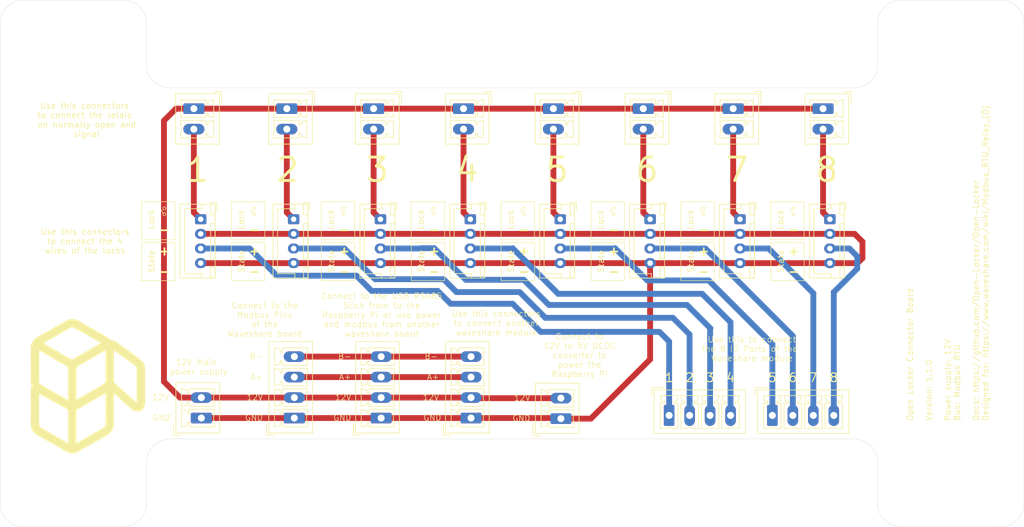
<source format=kicad_pcb>
(kicad_pcb (version 20241229) (generator "pcbnew") (generator_version "9.0")
  (title_block (title "Open Locker Connection Board") (rev "1.0.0"))
  (layers (0 "F.Cu" signal) (2 "B.Cu" signal) (13 "F.Paste" user) (15 "B.Paste" user) (5 "F.SilkS" user "F.Silkscreen") (7 "B.SilkS" user "B.Silkscreen") (1 "F.Mask" user) (3 "B.Mask" user) (25 "Edge.Cuts" user))
  (net 0 "")
  (net 1 "Net-(CH_1-Pin_1)")
  (net 2 "Net-(CH_1-Pin_2)")
  (net 3 "Net-(CH_2-Pin_2)")
  (net 4 "Net-(CH_3-Pin_2)")
  (net 5 "Net-(CH_4-Pin_2)")
  (net 6 "Net-(CH_5-Pin_2)")
  (net 7 "Net-(CH_6-Pin_2)")
  (net 8 "Net-(CH_7-Pin_2)")
  (net 9 "Net-(CH_8-Pin_2)")
  (net 10 "Net-(DC_DC1-Pin_1)")
  (net 11 "Net-(IO_1-Pin_3)")
  (net 12 "Net-(IO_1-Pin_1)")
  (net 13 "Net-(IO_1-Pin_2)")
  (net 14 "Net-(IO_1-Pin_4)")
  (net 15 "Net-(IO_2-Pin_3)")
  (net 16 "Net-(IO_2-Pin_4)")
  (net 17 "Net-(IO_2-Pin_1)")
  (net 18 "Net-(IO_2-Pin_2)")
  (net 19 "Net-(MODBUS_CONNECTION1-Pin_4)")
  (net 20 "Net-(MODBUS_CONNECTION1-Pin_3)")
  (footprint "Connector_JST:JST_XH_B4B-XH-A_1x04_P2.50mm_Vertical" (layer "F.Cu") (at 100.1675 87.45 -90)
    (property "Reference" "LOCK_2" (hide yes))
    (property "Value" "Conn_01x04" (hide yes))
    (pad "1" thru_hole roundrect (at 0 0 270) (size 1.7 1.95) (drill 0.95) (layers "*.Cu" "*.Mask") (roundrect_rratio 0.147059) (net 3 "Net-(CH_2-Pin_2)"))
    (pad "2" thru_hole oval (at 2.5 0 270) (size 1.7 1.95) (drill 0.95) (layers "*.Cu" "*.Mask") (net 10 "Net-(DC_DC1-Pin_1)"))
    (pad "3" thru_hole oval (at 5 0 270) (size 1.7 1.95) (drill 0.95) (layers "*.Cu" "*.Mask") (net 13 "Net-(IO_1-Pin_2)"))
    (pad "4" thru_hole oval (at 7.5 0 270) (size 1.7 1.95) (drill 0.95) (layers "*.Cu" "*.Mask") (net 10 "Net-(DC_DC1-Pin_1)"))
  )
  (footprint "MountingHole:MountingHole_3.2mm_M3_DIN965" (layer "F.Cu") (at 55 60)
    (property "Reference" "REF**" (hide yes))
    (property "Value" "MountingHole_3.2mm_M3_DIN965" (hide yes))
    (pad "" np_thru_hole circle (at 0 0) (size 3.2 3.2) (drill 3.2) (layers "*.Cu" "*.Mask"))
  )
  (footprint "Connector_JST:JST_XH_B4B-XH-A_1x04_P2.50mm_Vertical" (layer "F.Cu") (at 161.098929 87.45 -90)
    (property "Reference" "LOCK_6" (hide yes))
    (property "Value" "Conn_01x04" (hide yes))
    (pad "1" thru_hole roundrect (at 0 0 270) (size 1.7 1.95) (drill 0.95) (layers "*.Cu" "*.Mask") (roundrect_rratio 0.147059) (net 7 "Net-(CH_6-Pin_2)"))
    (pad "2" thru_hole oval (at 2.5 0 270) (size 1.7 1.95) (drill 0.95) (layers "*.Cu" "*.Mask") (net 10 "Net-(DC_DC1-Pin_1)"))
    (pad "3" thru_hole oval (at 5 0 270) (size 1.7 1.95) (drill 0.95) (layers "*.Cu" "*.Mask") (net 18 "Net-(IO_2-Pin_2)"))
    (pad "4" thru_hole oval (at 7.5 0 270) (size 1.7 1.95) (drill 0.95) (layers "*.Cu" "*.Mask") (net 10 "Net-(DC_DC1-Pin_1)"))
  )
  (footprint "Connector_Phoenix_MC:PhoenixContact_MCV_1,5_2-G-3.5_1x02_P3.50mm_Vertical" (layer "F.Cu") (at 129.202857 68.55 -90)
    (property "Reference" "CH_4" (hide yes))
    (property "Value" "Conn_01x02" (hide yes))
    (pad "1" thru_hole roundrect (at 0 0 270) (size 1.8 3.6) (drill 1.2) (layers "*.Cu" "*.Mask") (roundrect_rratio 0.138889) (net 1 "Net-(CH_1-Pin_1)"))
    (pad "2" thru_hole oval (at 3.5 0 270) (size 1.8 3.6) (drill 1.2) (layers "*.Cu" "*.Mask") (net 5 "Net-(CH_4-Pin_2)"))
  )
  (footprint "Connector_JST:JST_XH_B4B-XH-A_1x04_P2.50mm_Vertical" (layer "F.Cu") (at 145.734643 87.45 -90)
    (property "Reference" "LOCK_5" (hide yes))
    (property "Value" "Conn_01x04" (hide yes))
    (pad "1" thru_hole roundrect (at 0 0 270) (size 1.7 1.95) (drill 0.95) (layers "*.Cu" "*.Mask") (roundrect_rratio 0.147059) (net 6 "Net-(CH_5-Pin_2)"))
    (pad "2" thru_hole oval (at 2.5 0 270) (size 1.7 1.95) (drill 0.95) (layers "*.Cu" "*.Mask") (net 10 "Net-(DC_DC1-Pin_1)"))
    (pad "3" thru_hole oval (at 5 0 270) (size 1.7 1.95) (drill 0.95) (layers "*.Cu" "*.Mask") (net 17 "Net-(IO_2-Pin_1)"))
    (pad "4" thru_hole oval (at 7.5 0 270) (size 1.7 1.95) (drill 0.95) (layers "*.Cu" "*.Mask") (net 10 "Net-(DC_DC1-Pin_1)"))
  )
  (footprint "Connector_Phoenix_MC:PhoenixContact_MCV_1,5_2-G-3.5_1x02_P3.50mm_Vertical" (layer "F.Cu") (at 190.66 68.55 -90)
    (property "Reference" "CH_8" (hide yes))
    (property "Value" "Conn_01x02" (hide yes))
    (pad "1" thru_hole roundrect (at 0 0 270) (size 1.8 3.6) (drill 1.2) (layers "*.Cu" "*.Mask") (roundrect_rratio 0.138889) (net 1 "Net-(CH_1-Pin_1)"))
    (pad "2" thru_hole oval (at 3.5 0 270) (size 1.8 3.6) (drill 1.2) (layers "*.Cu" "*.Mask") (net 9 "Net-(CH_8-Pin_2)"))
  )
  (footprint "Connector_Phoenix_MC:PhoenixContact_MCV_1,5_4-G-3.5_1x04_P3.50mm_Vertical" (layer "F.Cu") (at 130.487857 121.4325 90)
    (property "Reference" "UPLINK1" (hide yes))
    (property "Value" "Conn_01x04" (hide yes))
    (pad "1" thru_hole roundrect (at 0 0 90) (size 1.8 3.6) (drill 1.2) (layers "*.Cu" "*.Mask") (roundrect_rratio 0.138889) (net 10 "Net-(DC_DC1-Pin_1)"))
    (pad "2" thru_hole oval (at 3.5 0 90) (size 1.8 3.6) (drill 1.2) (layers "*.Cu" "*.Mask") (net 1 "Net-(CH_1-Pin_1)"))
    (pad "3" thru_hole oval (at 7 0 90) (size 1.8 3.6) (drill 1.2) (layers "*.Cu" "*.Mask") (net 20 "Net-(MODBUS_CONNECTION1-Pin_3)"))
    (pad "4" thru_hole oval (at 10.5 0 90) (size 1.8 3.6) (drill 1.2) (layers "*.Cu" "*.Mask") (net 19 "Net-(MODBUS_CONNECTION1-Pin_4)"))
  )
  (footprint "MountingHole:MountingHole_3.2mm_M3_DIN965" (layer "F.Cu") (at 220 60)
    (property "Reference" "REF**" (hide yes))
    (property "Value" "MountingHole_3.2mm_M3_DIN965" (hide yes))
    (pad "" np_thru_hole circle (at 0 0) (size 3.2 3.2) (drill 3.2) (layers "*.Cu" "*.Mask"))
  )
  (footprint "Connector_Phoenix_MC:PhoenixContact_MCV_1,5_2-G-3.5_1x02_P3.50mm_Vertical" (layer "F.Cu") (at 145.852143 121.5325 90)
    (property "Reference" "DC_DC1" (hide yes))
    (property "Value" "Conn_01x02" (hide yes))
    (pad "1" thru_hole roundrect (at 0 0 90) (size 1.8 3.6) (drill 1.2) (layers "*.Cu" "*.Mask") (roundrect_rratio 0.138889) (net 10 "Net-(DC_DC1-Pin_1)"))
    (pad "2" thru_hole oval (at 3.5 0 90) (size 1.8 3.6) (drill 1.2) (layers "*.Cu" "*.Mask") (net 1 "Net-(CH_1-Pin_1)"))
  )
  (footprint "Connector_Phoenix_MC:PhoenixContact_MCV_1,5_2-G-3.5_1x02_P3.50mm_Vertical" (layer "F.Cu") (at 99 68.55 -90)
    (property "Reference" "CH_2" (hide yes))
    (property "Value" "Conn_01x02" (hide yes))
    (pad "1" thru_hole roundrect (at 0 0 270) (size 1.8 3.6) (drill 1.2) (layers "*.Cu" "*.Mask") (roundrect_rratio 0.138889) (net 1 "Net-(CH_1-Pin_1)"))
    (pad "2" thru_hole oval (at 3.5 0 270) (size 1.8 3.6) (drill 1.2) (layers "*.Cu" "*.Mask") (net 3 "Net-(CH_2-Pin_2)"))
  )
  (footprint "Connector_Phoenix_MC:PhoenixContact_MCV_1,5_2-G-3.5_1x02_P3.50mm_Vertical" (layer "F.Cu") (at 83.11 68.55 -90)
    (property "Reference" "CH_1" (hide yes))
    (property "Value" "Conn_01x02" (hide yes))
    (pad "1" thru_hole roundrect (at 0 0 270) (size 1.8 3.6) (drill 1.2) (layers "*.Cu" "*.Mask") (roundrect_rratio 0.138889) (net 1 "Net-(CH_1-Pin_1)"))
    (pad "2" thru_hole oval (at 3.5 0 270) (size 1.8 3.6) (drill 1.2) (layers "*.Cu" "*.Mask") (net 2 "Net-(CH_1-Pin_2)"))
  )
  (footprint "MountingHole:MountingHole_3.2mm_M3_DIN965" (layer "F.Cu") (at 55 130)
    (property "Reference" "REF**" (hide yes))
    (property "Value" "MountingHole_3.2mm_M3_DIN965" (hide yes))
    (pad "" np_thru_hole circle (at 0 0) (size 3.2 3.2) (drill 3.2) (layers "*.Cu" "*.Mask"))
  )
  (footprint "Connector_Phoenix_MC:PhoenixContact_MCV_1,5_4-G-3.5_1x04_P3.50mm_Vertical" (layer "F.Cu") (at 115.123571 121.4325 90)
    (property "Reference" "MODBUS_CONNECTION1" (hide yes))
    (property "Value" "Conn_01x04" (hide yes))
    (pad "1" thru_hole roundrect (at 0 0 90) (size 1.8 3.6) (drill 1.2) (layers "*.Cu" "*.Mask") (roundrect_rratio 0.138889) (net 10 "Net-(DC_DC1-Pin_1)"))
    (pad "2" thru_hole oval (at 3.5 0 90) (size 1.8 3.6) (drill 1.2) (layers "*.Cu" "*.Mask") (net 1 "Net-(CH_1-Pin_1)"))
    (pad "3" thru_hole oval (at 7 0 90) (size 1.8 3.6) (drill 1.2) (layers "*.Cu" "*.Mask") (net 20 "Net-(MODBUS_CONNECTION1-Pin_3)"))
    (pad "4" thru_hole oval (at 10.5 0 90) (size 1.8 3.6) (drill 1.2) (layers "*.Cu" "*.Mask") (net 19 "Net-(MODBUS_CONNECTION1-Pin_4)"))
  )
  (footprint "LOGO" (layer "F.Cu") (at 65 116)
    (property "Reference" "G***" (hide yes))
    (property "Value" "LOGO" (hide yes))
  )
  (footprint "Connector_Phoenix_MC:PhoenixContact_MCV_1,5_2-G-3.5_1x02_P3.50mm_Vertical" (layer "F.Cu") (at 113.838571 68.55 -90)
    (property "Reference" "CH_3" (hide yes))
    (property "Value" "Conn_01x02" (hide yes))
    (pad "1" thru_hole roundrect (at 0 0 270) (size 1.8 3.6) (drill 1.2) (layers "*.Cu" "*.Mask") (roundrect_rratio 0.138889) (net 1 "Net-(CH_1-Pin_1)"))
    (pad "2" thru_hole oval (at 3.5 0 270) (size 1.8 3.6) (drill 1.2) (layers "*.Cu" "*.Mask") (net 4 "Net-(CH_3-Pin_2)"))
  )
  (footprint "Connector_JST:JST_XH_B4B-XH-A_1x04_P2.50mm_Vertical" (layer "F.Cu") (at 115.006071 87.45 -90)
    (property "Reference" "LOCK_3" (hide yes))
    (property "Value" "Conn_01x04" (hide yes))
    (pad "1" thru_hole roundrect (at 0 0 270) (size 1.7 1.95) (drill 0.95) (layers "*.Cu" "*.Mask") (roundrect_rratio 0.147059) (net 4 "Net-(CH_3-Pin_2)"))
    (pad "2" thru_hole oval (at 2.5 0 270) (size 1.7 1.95) (drill 0.95) (layers "*.Cu" "*.Mask") (net 10 "Net-(DC_DC1-Pin_1)"))
    (pad "3" thru_hole oval (at 5 0 270) (size 1.7 1.95) (drill 0.95) (layers "*.Cu" "*.Mask") (net 11 "Net-(IO_1-Pin_3)"))
    (pad "4" thru_hole oval (at 7.5 0 270) (size 1.7 1.95) (drill 0.95) (layers "*.Cu" "*.Mask") (net 10 "Net-(DC_DC1-Pin_1)"))
  )
  (footprint "Connector_Phoenix_MC:PhoenixContact_MCV_1,5_2-G-3.5_1x02_P3.50mm_Vertical" (layer "F.Cu") (at 175.295714 68.55 -90)
    (property "Reference" "CH_7" (hide yes))
    (property "Value" "Conn_01x02" (hide yes))
    (pad "1" thru_hole roundrect (at 0 0 270) (size 1.8 3.6) (drill 1.2) (layers "*.Cu" "*.Mask") (roundrect_rratio 0.138889) (net 1 "Net-(CH_1-Pin_1)"))
    (pad "2" thru_hole oval (at 3.5 0 270) (size 1.8 3.6) (drill 1.2) (layers "*.Cu" "*.Mask") (net 8 "Net-(CH_7-Pin_2)"))
  )
  (footprint "Connector_JST:JST_XH_B4B-XH-A_1x04_P2.50mm_Vertical" (layer "F.Cu") (at 191.8275 87.45 -90)
    (property "Reference" "LOCK_8" (hide yes))
    (property "Value" "Conn_01x04" (hide yes))
    (pad "1" thru_hole roundrect (at 0 0 270) (size 1.7 1.95) (drill 0.95) (layers "*.Cu" "*.Mask") (roundrect_rratio 0.147059) (net 9 "Net-(CH_8-Pin_2)"))
    (pad "2" thru_hole oval (at 2.5 0 270) (size 1.7 1.95) (drill 0.95) (layers "*.Cu" "*.Mask") (net 10 "Net-(DC_DC1-Pin_1)"))
    (pad "3" thru_hole oval (at 5 0 270) (size 1.7 1.95) (drill 0.95) (layers "*.Cu" "*.Mask") (net 16 "Net-(IO_2-Pin_4)"))
    (pad "4" thru_hole oval (at 7.5 0 270) (size 1.7 1.95) (drill 0.95) (layers "*.Cu" "*.Mask") (net 10 "Net-(DC_DC1-Pin_1)"))
  )
  (footprint "Connector_JST:JST_XH_B4B-XH-A_1x04_P2.50mm_Vertical" (layer "F.Cu") (at 84.2775 87.45 -90)
    (property "Reference" "LOCK_1" (hide yes))
    (property "Value" "Conn_01x04" (hide yes))
    (pad "1" thru_hole roundrect (at 0 0 270) (size 1.7 1.95) (drill 0.95) (layers "*.Cu" "*.Mask") (roundrect_rratio 0.147059) (net 2 "Net-(CH_1-Pin_2)"))
    (pad "2" thru_hole oval (at 2.5 0 270) (size 1.7 1.95) (drill 0.95) (layers "*.Cu" "*.Mask") (net 10 "Net-(DC_DC1-Pin_1)"))
    (pad "3" thru_hole oval (at 5 0 270) (size 1.7 1.95) (drill 0.95) (layers "*.Cu" "*.Mask") (net 12 "Net-(IO_1-Pin_1)"))
    (pad "4" thru_hole oval (at 7.5 0 270) (size 1.7 1.95) (drill 0.95) (layers "*.Cu" "*.Mask") (net 10 "Net-(DC_DC1-Pin_1)"))
  )
  (footprint "Connector_Phoenix_MC:PhoenixContact_MCV_1,5_4-G-3.5_1x04_P3.50mm_Vertical" (layer "F.Cu") (at 164.35 120.9825)
    (property "Reference" "IO_1" (hide yes))
    (property "Value" "1-4" (hide yes))
    (pad "1" thru_hole roundrect (at 0 0) (size 1.8 3.6) (drill 1.2) (layers "*.Cu" "*.Mask") (roundrect_rratio 0.138889) (net 12 "Net-(IO_1-Pin_1)"))
    (pad "2" thru_hole oval (at 3.5 0) (size 1.8 3.6) (drill 1.2) (layers "*.Cu" "*.Mask") (net 13 "Net-(IO_1-Pin_2)"))
    (pad "3" thru_hole oval (at 7 0) (size 1.8 3.6) (drill 1.2) (layers "*.Cu" "*.Mask") (net 11 "Net-(IO_1-Pin_3)"))
    (pad "4" thru_hole oval (at 10.5 0) (size 1.8 3.6) (drill 1.2) (layers "*.Cu" "*.Mask") (net 14 "Net-(IO_1-Pin_4)"))
  )
  (footprint "Connector_JST:JST_XH_B4B-XH-A_1x04_P2.50mm_Vertical" (layer "F.Cu") (at 130.370357 87.45 -90)
    (property "Reference" "LOCK_4" (hide yes))
    (property "Value" "Conn_01x04" (hide yes))
    (pad "1" thru_hole roundrect (at 0 0 270) (size 1.7 1.95) (drill 0.95) (layers "*.Cu" "*.Mask") (roundrect_rratio 0.147059) (net 5 "Net-(CH_4-Pin_2)"))
    (pad "2" thru_hole oval (at 2.5 0 270) (size 1.7 1.95) (drill 0.95) (layers "*.Cu" "*.Mask") (net 10 "Net-(DC_DC1-Pin_1)"))
    (pad "3" thru_hole oval (at 5 0 270) (size 1.7 1.95) (drill 0.95) (layers "*.Cu" "*.Mask") (net 14 "Net-(IO_1-Pin_4)"))
    (pad "4" thru_hole oval (at 7.5 0 270) (size 1.7 1.95) (drill 0.95) (layers "*.Cu" "*.Mask") (net 10 "Net-(DC_DC1-Pin_1)"))
  )
  (footprint "Connector_Phoenix_MC:PhoenixContact_MCV_1,5_4-G-3.5_1x04_P3.50mm_Vertical" (layer "F.Cu") (at 100.285 121.4325 90)
    (property "Reference" "WAVESHARE1" (hide yes))
    (property "Value" "Conn_01x04" (hide yes))
    (pad "1" thru_hole roundrect (at 0 0 90) (size 1.8 3.6) (drill 1.2) (layers "*.Cu" "*.Mask") (roundrect_rratio 0.138889) (net 10 "Net-(DC_DC1-Pin_1)"))
    (pad "2" thru_hole oval (at 3.5 0 90) (size 1.8 3.6) (drill 1.2) (layers "*.Cu" "*.Mask") (net 1 "Net-(CH_1-Pin_1)"))
    (pad "3" thru_hole oval (at 7 0 90) (size 1.8 3.6) (drill 1.2) (layers "*.Cu" "*.Mask") (net 20 "Net-(MODBUS_CONNECTION1-Pin_3)"))
    (pad "4" thru_hole oval (at 10.5 0 90) (size 1.8 3.6) (drill 1.2) (layers "*.Cu" "*.Mask") (net 19 "Net-(MODBUS_CONNECTION1-Pin_4)"))
  )
  (footprint "Connector_Phoenix_MC:PhoenixContact_MCV_1,5_2-G-3.5_1x02_P3.50mm_Vertical" (layer "F.Cu") (at 144.567143 68.55 -90)
    (property "Reference" "CH_5" (hide yes))
    (property "Value" "Conn_01x02" (hide yes))
    (pad "1" thru_hole roundrect (at 0 0 270) (size 1.8 3.6) (drill 1.2) (layers "*.Cu" "*.Mask") (roundrect_rratio 0.138889) (net 1 "Net-(CH_1-Pin_1)"))
    (pad "2" thru_hole oval (at 3.5 0 270) (size 1.8 3.6) (drill 1.2) (layers "*.Cu" "*.Mask") (net 6 "Net-(CH_5-Pin_2)"))
  )
  (footprint "Connector_Phoenix_MC:PhoenixContact_MCV_1,5_4-G-3.5_1x04_P3.50mm_Vertical" (layer "F.Cu") (at 181.995 120.9825)
    (property "Reference" "IO_2" (hide yes))
    (property "Value" "5-8" (hide yes))
    (pad "1" thru_hole roundrect (at 0 0) (size 1.8 3.6) (drill 1.2) (layers "*.Cu" "*.Mask") (roundrect_rratio 0.138889) (net 17 "Net-(IO_2-Pin_1)"))
    (pad "2" thru_hole oval (at 3.5 0) (size 1.8 3.6) (drill 1.2) (layers "*.Cu" "*.Mask") (net 18 "Net-(IO_2-Pin_2)"))
    (pad "3" thru_hole oval (at 7 0) (size 1.8 3.6) (drill 1.2) (layers "*.Cu" "*.Mask") (net 15 "Net-(IO_2-Pin_3)"))
    (pad "4" thru_hole oval (at 10.5 0) (size 1.8 3.6) (drill 1.2) (layers "*.Cu" "*.Mask") (net 16 "Net-(IO_2-Pin_4)"))
  )
  (footprint "Connector_JST:JST_XH_B4B-XH-A_1x04_P2.50mm_Vertical" (layer "F.Cu") (at 176.463214 87.45 -90)
    (property "Reference" "LOCK_7" (hide yes))
    (property "Value" "Conn_01x04" (hide yes))
    (pad "1" thru_hole roundrect (at 0 0 270) (size 1.7 1.95) (drill 0.95) (layers "*.Cu" "*.Mask") (roundrect_rratio 0.147059) (net 8 "Net-(CH_7-Pin_2)"))
    (pad "2" thru_hole oval (at 2.5 0 270) (size 1.7 1.95) (drill 0.95) (layers "*.Cu" "*.Mask") (net 10 "Net-(DC_DC1-Pin_1)"))
    (pad "3" thru_hole oval (at 5 0 270) (size 1.7 1.95) (drill 0.95) (layers "*.Cu" "*.Mask") (net 15 "Net-(IO_2-Pin_3)"))
    (pad "4" thru_hole oval (at 7.5 0 270) (size 1.7 1.95) (drill 0.95) (layers "*.Cu" "*.Mask") (net 10 "Net-(DC_DC1-Pin_1)"))
  )
  (footprint "Connector_Phoenix_MC:PhoenixContact_MCV_1,5_2-G-3.5_1x02_P3.50mm_Vertical" (layer "F.Cu") (at 159.931429 68.55 -90)
    (property "Reference" "CH_6" (hide yes))
    (property "Value" "Conn_01x02" (hide yes))
    (pad "1" thru_hole roundrect (at 0 0 270) (size 1.8 3.6) (drill 1.2) (layers "*.Cu" "*.Mask") (roundrect_rratio 0.138889) (net 1 "Net-(CH_1-Pin_1)"))
    (pad "2" thru_hole oval (at 3.5 0 270) (size 1.8 3.6) (drill 1.2) (layers "*.Cu" "*.Mask") (net 7 "Net-(CH_6-Pin_2)"))
  )
  (footprint "MountingHole:MountingHole_3.2mm_M3_DIN965" (layer "F.Cu") (at 220 130)
    (property "Reference" "REF**" (hide yes))
    (property "Value" "MountingHole_3.2mm_M3_DIN965" (hide yes))
    (pad "" np_thru_hole circle (at 0 0) (size 3.2 3.2) (drill 3.2) (layers "*.Cu" "*.Mask"))
  )
  (footprint "Connector_Phoenix_MC:PhoenixContact_MCV_1,5_2-G-3.5_1x02_P3.50mm_Vertical" (layer "F.Cu") (at 84.395 121.4325 90)
    (property "Reference" "POWER1" (hide yes))
    (property "Value" "Conn_01x02" (hide yes))
    (pad "1" thru_hole roundrect (at 0 0 90) (size 1.8 3.6) (drill 1.2) (layers "*.Cu" "*.Mask") (roundrect_rratio 0.138889) (net 10 "Net-(DC_DC1-Pin_1)"))
    (pad "2" thru_hole oval (at 3.5 0 90) (size 1.8 3.6) (drill 1.2) (layers "*.Cu" "*.Mask") (net 1 "Net-(CH_1-Pin_1)"))
  )
  (gr_rect (start 120.272857 91.4475) (end 125.982857 97.95) (stroke (width 0.1)) (fill no) (layer "F.SilkS"))
  (gr_circle (center 139.517143 86.58) (end 139.767143 86.58) (stroke (width 0.1)) (fill no) (layer "F.SilkS"))
  (gr_circle (center 185.61 86.58) (end 185.86 86.58) (stroke (width 0.1)) (fill no) (layer "F.SilkS"))
  (gr_circle (center 139.517143 85.58) (end 139.767143 85.58) (stroke (width 0.1)) (fill no) (layer "F.SilkS"))
  (gr_line (start 123.952857 86.43) (end 123.552857 85.73) (stroke (width 0.1)) (layer "F.SilkS"))
  (gr_rect (start 166.365714 91.4475) (end 172.075714 97.95) (stroke (width 0.1)) (fill no) (layer "F.SilkS"))
  (gr_rect (start 120.262857 84.45) (end 125.972857 90.9525) (stroke (width 0.1)) (fill no) (layer "F.SilkS"))
  (gr_circle (center 93.424286 85.58) (end 93.674286 85.58) (stroke (width 0.1)) (fill no) (layer "F.SilkS"))
  (gr_rect (start 135.627143 84.45) (end 141.337143 90.9525) (stroke (width 0.1)) (fill no) (layer "F.SilkS"))
  (gr_line (start 139.317143 86.43) (end 138.917143 85.73) (stroke (width 0.1)) (layer "F.SilkS"))
  (gr_rect (start 89.544286 91.4475) (end 95.254286 97.95) (stroke (width 0.1)) (fill no) (layer "F.SilkS"))
  (gr_rect (start 181.73 91.4475) (end 187.44 97.95) (stroke (width 0.1)) (fill no) (layer "F.SilkS"))
  (gr_line (start 93.224286 86.43) (end 92.824286 85.73) (stroke (width 0.1)) (layer "F.SilkS"))
  (gr_rect (start 74.18 91.4475) (end 79.89 97.95) (stroke (width 0.1)) (fill no) (layer "F.SilkS"))
  (gr_circle (center 170.245714 86.58) (end 170.495714 86.58) (stroke (width 0.1)) (fill no) (layer "F.SilkS"))
  (gr_rect (start 166.355714 84.45) (end 172.065714 90.9525) (stroke (width 0.1)) (fill no) (layer "F.SilkS"))
  (gr_circle (center 93.424286 86.58) (end 93.674286 86.58) (stroke (width 0.1)) (fill no) (layer "F.SilkS"))
  (gr_circle (center 124.152857 86.58) (end 124.402857 86.58) (stroke (width 0.1)) (fill no) (layer "F.SilkS"))
  (gr_circle (center 78.06 86.58) (end 78.31 86.58) (stroke (width 0.1)) (fill no) (layer "F.SilkS"))
  (gr_rect (start 104.908571 91.4475) (end 110.618571 97.95) (stroke (width 0.1)) (fill no) (layer "F.SilkS"))
  (gr_circle (center 170.245714 85.58) (end 170.495714 85.58) (stroke (width 0.1)) (fill no) (layer "F.SilkS"))
  (gr_line (start 154.681429 86.43) (end 154.281429 85.73) (stroke (width 0.1)) (layer "F.SilkS"))
  (gr_circle (center 124.152857 85.58) (end 124.402857 85.58) (stroke (width 0.1)) (fill no) (layer "F.SilkS"))
  (gr_rect (start 135.637143 91.4475) (end 141.347143 97.95) (stroke (width 0.1)) (fill no) (layer "F.SilkS"))
  (gr_line (start 170.045714 86.43) (end 169.645714 85.73) (stroke (width 0.1)) (layer "F.SilkS"))
  (gr_circle (center 154.881429 86.58) (end 155.131429 86.58) (stroke (width 0.1)) (fill no) (layer "F.SilkS"))
  (gr_circle (center 108.788571 85.58) (end 109.038571 85.58) (stroke (width 0.1)) (fill no) (layer "F.SilkS"))
  (gr_circle (center 78.06 85.58) (end 78.31 85.58) (stroke (width 0.1)) (fill no) (layer "F.SilkS"))
  (gr_rect (start 104.898571 84.45) (end 110.608571 90.9525) (stroke (width 0.1)) (fill no) (layer "F.SilkS"))
  (gr_rect (start 181.72 84.45) (end 187.43 90.9525) (stroke (width 0.1)) (fill no) (layer "F.SilkS"))
  (gr_rect (start 89.534286 84.45) (end 95.244286 90.9525) (stroke (width 0.1)) (fill no) (layer "F.SilkS"))
  (gr_rect (start 150.991429 84.45) (end 156.701429 90.9525) (stroke (width 0.1)) (fill no) (layer "F.SilkS"))
  (gr_circle (center 185.61 85.58) (end 185.86 85.58) (stroke (width 0.1)) (fill no) (layer "F.SilkS"))
  (gr_line (start 108.588571 86.43) (end 108.188571 85.73) (stroke (width 0.1)) (layer "F.SilkS"))
  (gr_rect (start 151.001429 91.4475) (end 156.711429 97.95) (stroke (width 0.1)) (fill no) (layer "F.SilkS"))
  (gr_circle (center 108.788571 86.58) (end 109.038571 86.58) (stroke (width 0.1)) (fill no) (layer "F.SilkS"))
  (gr_line (start 185.41 86.43) (end 185.01 85.73) (stroke (width 0.1)) (layer "F.SilkS"))
  (gr_line (start 77.86 86.43) (end 77.46 85.73) (stroke (width 0.1)) (layer "F.SilkS"))
  (gr_rect (start 74.17 84.45) (end 79.88 90.9525) (stroke (width 0.1)) (fill no) (layer "F.SilkS"))
  (gr_circle (center 154.881429 85.58) (end 155.131429 85.58) (stroke (width 0.1)) (fill no) (layer "F.SilkS"))
  (gr_arc (start 71 50) (mid 73.828427 51.171573) (end 75 54) (stroke (width 0.05)) (layer "Edge.Cuts"))
  (gr_line (start 54 140) (end 71 140) (stroke (width 0.05)) (layer "Edge.Cuts"))
  (gr_arc (start 79 65) (mid 76.171573 63.828427) (end 75 61) (stroke (width 0.05)) (layer "Edge.Cuts"))
  (gr_arc (start 204 140) (mid 201.171573 138.828427) (end 200 136) (stroke (width 0.05)) (layer "Edge.Cuts"))
  (gr_arc (start 221 50) (mid 223.828427 51.171573) (end 225 54) (stroke (width 0.05)) (layer "Edge.Cuts"))
  (gr_arc (start 50 54) (mid 51.171573 51.171573) (end 54 50) (stroke (width 0.05)) (layer "Edge.Cuts"))
  (gr_line (start 225 54) (end 225 136) (stroke (width 0.05)) (layer "Edge.Cuts"))
  (gr_line (start 75 136) (end 75 129) (stroke (width 0.05)) (layer "Edge.Cuts"))
  (gr_arc (start 225 136) (mid 223.828427 138.828427) (end 221 140) (stroke (width 0.05)) (layer "Edge.Cuts"))
  (gr_arc (start 200 61) (mid 198.828427 63.828427) (end 196 65) (stroke (width 0.05)) (layer "Edge.Cuts"))
  (gr_arc (start 200 54) (mid 201.171573 51.171573) (end 204 50) (stroke (width 0.05)) (layer "Edge.Cuts"))
  (gr_line (start 200 136) (end 200 129) (stroke (width 0.05)) (layer "Edge.Cuts"))
  (gr_arc (start 75 136) (mid 73.828427 138.828427) (end 71 140) (stroke (width 0.05)) (layer "Edge.Cuts"))
  (gr_line (start 221 50) (end 204 50) (stroke (width 0.05)) (layer "Edge.Cuts"))
  (gr_arc (start 75 129) (mid 76.171573 126.171573) (end 79 125) (stroke (width 0.05)) (layer "Edge.Cuts"))
  (gr_line (start 200 54) (end 200 61) (stroke (width 0.05)) (layer "Edge.Cuts"))
  (gr_line (start 50 136) (end 50 54) (stroke (width 0.05)) (layer "Edge.Cuts"))
  (gr_arc (start 54 140) (mid 51.171573 138.828427) (end 50 136) (stroke (width 0.05)) (layer "Edge.Cuts"))
  (gr_line (start 79 125) (end 196 125) (stroke (width 0.05)) (layer "Edge.Cuts"))
  (gr_line (start 75 54) (end 75 61) (stroke (width 0.05)) (layer "Edge.Cuts"))
  (gr_arc (start 196 125) (mid 198.828427 126.171573) (end 200 129) (stroke (width 0.05)) (layer "Edge.Cuts"))
  (gr_line (start 221 140) (end 204 140) (stroke (width 0.05)) (layer "Edge.Cuts"))
  (gr_line (start 79 65) (end 196 65) (stroke (width 0.05)) (layer "Edge.Cuts"))
  (gr_line (start 54 50) (end 71 50) (stroke (width 0.05)) (layer "Edge.Cuts"))
  (gr_text "A+" (at 92.752381 114.972 0) (layer "F.SilkS") (effects (font (size 1 1) (thickness 0.1)) (justify left bottom)))
  (gr_text "5" (at 181.149465 115.4 0) (layer "F.SilkS") (effects (font (size 1.5 1.5) (thickness 0.1875)) (justify left bottom)))
  (gr_text "-" (at 107.688571 90.1 0) (layer "F.SilkS") (effects (font (size 1.5 1.5) (thickness 0.3) (bold yes)) (justify left bottom)))
  (gr_text "7" (at 175.938214 79 0) (layer "F.SilkS") (effects (font (size 4 4) (thickness 0.5))))
  (gr_text "-" (at 153.781429 90.1 0) (layer "F.SilkS") (effects (font (size 1.5 1.5) (thickness 0.3) (bold yes)) (justify left bottom)))
  (gr_text "-" (at 138.417143 90.1 0) (layer "F.SilkS") (effects (font (size 1.5 1.5) (thickness 0.3) (bold yes)) (justify left bottom)))
  (gr_text "A+" (at 122.890357 114.972 0) (layer "F.SilkS") (effects (font (size 1 1) (thickness 0.1)) (justify left bottom)))
  (gr_text "GND" (at 122.290357 121.972 0) (layer "F.SilkS") (effects (font (size 1 1) (thickness 0.1)) (justify left bottom)))
  (gr_text "Lock" (at 91.184286 87.51 90) (layer "F.SilkS") (effects (font (size 1 1) (thickness 0.125))))
  (gr_text "8" (at 191.649465 115.4 0) (layer "F.SilkS") (effects (font (size 1.5 1.5) (thickness 0.1875)) (justify left bottom)))
  (gr_text "4" (at 129.845357 79 0) (layer "F.SilkS") (effects (font (size 4 4) (thickness 0.5))))
  (gr_text "12V" (at 107.185714 118.472 0) (layer "F.SilkS") (effects (font (size 1 1) (thickness 0.1)) (justify left bottom)))
  (gr_text "Lock" (at 152.641429 87.51 90) (layer "F.SilkS") (effects (font (size 1 1) (thickness 0.125))))
  (gr_text "12V Main \npower supply\n" (at 83.9 112.7 0) (layer "F.SilkS") (effects (font (size 1 1) (thickness 0.1))))
  (gr_text "GND" (at 106.9 121.972 0) (layer "F.SilkS") (effects (font (size 1 1) (thickness 0.1)) (justify left bottom)))
  (gr_text "3" (at 114.481071 79 0) (layer "F.SilkS") (effects (font (size 4 4) (thickness 0.5))))
  (gr_text "Use this to connect\nthe 8 IO Ports of the \nWaveshare module" (at 178.5 109.6 0) (layer "F.SilkS") (effects (font (size 1 1) (thickness 0.1))))
  (gr_text "+" (at 169.145714 93.746 0) (layer "F.SilkS") (effects (font (size 1.5 1.5) (thickness 0.3) (bold yes)) (justify left bottom)))
  (gr_text "+" (at 153.781429 93.746 0) (layer "F.SilkS") (effects (font (size 1.5 1.5) (thickness 0.3) (bold yes)) (justify left bottom)))
  (gr_text "Use this connectors\nto connect the 4\nwires of the locks\n" (at 64.5 91.2 0) (layer "F.SilkS") (effects (font (size 1 1) (thickness 0.125))))
  (gr_text "-" (at 123.052857 97.246 0) (layer "F.SilkS") (effects (font (size 1.5 1.5) (thickness 0.3) (bold yes)) (justify left bottom)))
  (gr_text "GND" (at 91.8 121.972 0) (layer "F.SilkS") (effects (font (size 1 1) (thickness 0.1)) (justify left bottom)))
  (gr_text "+" (at 107.688571 93.746 0) (layer "F.SilkS") (effects (font (size 1.5 1.5) (thickness 0.3) (bold yes)) (justify left bottom)))
  (gr_text "-" (at 153.781429 97.246 0) (layer "F.SilkS") (effects (font (size 1.5 1.5) (thickness 0.3) (bold yes)) (justify left bottom)))
  (gr_text "GND" (at 76 121.972 0) (layer "F.SilkS") (effects (font (size 1 1) (thickness 0.1)) (justify left bottom)))
  (gr_text "4" (at 174.004465 115.4 0) (layer "F.SilkS") (effects (font (size 1.5 1.5) (thickness 0.1875)) (justify left bottom)))
  (gr_text "B-" (at 107.709524 111.472 0) (layer "F.SilkS") (effects (font (size 1 1) (thickness 0.1)) (justify left bottom)))
  (gr_text "1" (at 163.504465 115.4 0) (layer "F.SilkS") (effects (font (size 1.5 1.5) (thickness 0.1875)) (justify left bottom)))
  (gr_text "6" (at 184.649465 115.4 0) (layer "F.SilkS") (effects (font (size 1.5 1.5) (thickness 0.1875)) (justify left bottom)))
  (gr_text "+" (at 138.417143 93.746 0) (layer "F.SilkS") (effects (font (size 1.5 1.5) (thickness 0.3) (bold yes)) (justify left bottom)))
  (gr_text "12V" (at 122.190357 118.472 0) (layer "F.SilkS") (effects (font (size 1 1) (thickness 0.1)) (justify left bottom)))
  (gr_text "1" (at 83.7525 79 0) (layer "F.SilkS") (effects (font (size 4 4) (thickness 0.5))))
  (gr_text "Lock" (at 106.548571 87.51 90) (layer "F.SilkS") (effects (font (size 1 1) (thickness 0.125))))
  (gr_text "State" (at 137.337143 94.63 90) (layer "F.SilkS") (effects (font (size 1 1) (thickness 0.125))))
  (gr_text "Open Locker Connector Board\n\nVersion: 1.1.0\n\nPower supply: 12V\nBus: Modbus RTU\n\nDocs: https://github.com/Open-Locker/Open-Locker\nDesigned for: https://www.waveshare.com/wiki/Modbus_RTU_Relay_(D)" (at 219 122 90) (layer "F.SilkS") (effects (font (size 1 1) (thickness 0.125)) (justify left bottom)))
  (gr_text "-" (at 169.145714 90.1 0) (layer "F.SilkS") (effects (font (size 1.5 1.5) (thickness 0.3) (bold yes)) (justify left bottom)))
  (gr_text "Connect to the\nModbus Pins\nof the\nWaveshare board" (at 95.2 104.6 0) (layer "F.SilkS") (effects (font (size 1 1) (thickness 0.1))))
  (gr_text "State" (at 152.701429 94.63 90) (layer "F.SilkS") (effects (font (size 1 1) (thickness 0.125))))
  (gr_text "State" (at 91.244286 94.63 90) (layer "F.SilkS") (effects (font (size 1 1) (thickness 0.125))))
  (gr_text "Lock" (at 75.82 87.51 90) (layer "F.SilkS") (effects (font (size 1 1) (thickness 0.125))))
  (gr_text "-" (at 169.145714 97.246 0) (layer "F.SilkS") (effects (font (size 1.5 1.5) (thickness 0.3) (bold yes)) (justify left bottom)))
  (gr_text "Use this connectors \nto connect the relais \non normally open and\nsignal" (at 64.805 70.47 0) (layer "F.SilkS") (effects (font (size 1 1) (thickness 0.125))))
  (gr_text "A+" (at 107.852381 114.972 0) (layer "F.SilkS") (effects (font (size 1 1) (thickness 0.1)) (justify left bottom)))
  (gr_text "2" (at 99.116786 79 0) (layer "F.SilkS") (effects (font (size 4 4) (thickness 0.5))))
  (gr_text "Lock" (at 137.277143 87.51 90) (layer "F.SilkS") (effects (font (size 1 1) (thickness 0.125))))
  (gr_text "-" (at 184.51 97.246 0) (layer "F.SilkS") (effects (font (size 1.5 1.5) (thickness 0.3) (bold yes)) (justify left bottom)))
  (gr_text "B-" (at 122.490357 111.472 0) (layer "F.SilkS") (effects (font (size 1 1) (thickness 0.1)) (justify left bottom)))
  (gr_text "State" (at 106.608571 94.63 90) (layer "F.SilkS") (effects (font (size 1 1) (thickness 0.125))))
  (gr_text "5" (at 145.209643 79 0) (layer "F.SilkS") (effects (font (size 4 4) (thickness 0.5))))
  (gr_text "B-" (at 92.609524 111.472 0) (layer "F.SilkS") (effects (font (size 1 1) (thickness 0.1)) (justify left bottom)))
  (gr_text "-" (at 123.052857 90.1 0) (layer "F.SilkS") (effects (font (size 1.5 1.5) (thickness 0.3) (bold yes)) (justify left bottom)))
  (gr_text "-" (at 107.688571 97.246 0) (layer "F.SilkS") (effects (font (size 1.5 1.5) (thickness 0.3) (bold yes)) (justify left bottom)))
  (gr_text "+" (at 76.96 93.746 0) (layer "F.SilkS") (effects (font (size 1.5 1.5) (thickness 0.3) (bold yes)) (justify left bottom)))
  (gr_text "12V" (at 76 118.472 0) (layer "F.SilkS") (effects (font (size 1 1) (thickness 0.1)) (justify left bottom)))
  (gr_text "Lock" (at 121.912857 87.51 90) (layer "F.SilkS") (effects (font (size 1 1) (thickness 0.125))))
  (gr_text "8" (at 191.3025 79 0) (layer "F.SilkS") (effects (font (size 4 4) (thickness 0.5))))
  (gr_text "12V" (at 137.785714 118.572 0) (layer "F.SilkS") (effects (font (size 1 1) (thickness 0.1)) (justify left bottom)))
  (gr_text "Lock" (at 183.37 87.51 90) (layer "F.SilkS") (effects (font (size 1 1) (thickness 0.125))))
  (gr_text "State" (at 75.88 94.63 90) (layer "F.SilkS") (effects (font (size 1 1) (thickness 0.125))))
  (gr_text "Connect to\n12V to 5V DCDC\nconverter to\npower the\nRaspberry Pi\n" (at 149.054643 110.7 0) (layer "F.SilkS") (effects (font (size 1 1) (thickness 0.1))))
  (gr_text "State" (at 168.065714 94.63 90) (layer "F.SilkS") (effects (font (size 1 1) (thickness 0.125))))
  (gr_text "6" (at 160.573929 79 0) (layer "F.SilkS") (effects (font (size 4 4) (thickness 0.5))))
  (gr_text "Use this connectors\nto connect another\nwaveshare module" (at 134.8 105.2 0) (layer "F.SilkS") (effects (font (size 1 1) (thickness 0.1))))
  (gr_text "+" (at 184.51 93.746 0) (layer "F.SilkS") (effects (font (size 1.5 1.5) (thickness 0.3) (bold yes)) (justify left bottom)))
  (gr_text "7" (at 188.149465 115.4 0) (layer "F.SilkS") (effects (font (size 1.5 1.5) (thickness 0.1875)) (justify left bottom)))
  (gr_text "-" (at 76.96 97.246 0) (layer "F.SilkS") (effects (font (size 1.5 1.5) (thickness 0.3) (bold yes)) (justify left bottom)))
  (gr_text "State" (at 121.972857 94.63 90) (layer "F.SilkS") (effects (font (size 1 1) (thickness 0.125))))
  (gr_text "-" (at 184.51 90.1 0) (layer "F.SilkS") (effects (font (size 1.5 1.5) (thickness 0.3) (bold yes)) (justify left bottom)))
  (gr_text "+" (at 123.052857 93.746 0) (layer "F.SilkS") (effects (font (size 1.5 1.5) (thickness 0.3) (bold yes)) (justify left bottom)))
  (gr_text "-" (at 138.417143 97.246 0) (layer "F.SilkS") (effects (font (size 1.5 1.5) (thickness 0.3) (bold yes)) (justify left bottom)))
  (gr_text "+" (at 92.324286 93.746 0) (layer "F.SilkS") (effects (font (size 1.5 1.5) (thickness 0.3) (bold yes)) (justify left bottom)))
  (gr_text "Lock" (at 168.005714 87.51 90) (layer "F.SilkS") (effects (font (size 1 1) (thickness 0.125))))
  (gr_text "12V" (at 92.085714 118.472 0) (layer "F.SilkS") (effects (font (size 1 1) (thickness 0.1)) (justify left bottom)))
  (gr_text "-" (at 76.96 90.1 0) (layer "F.SilkS") (effects (font (size 1.5 1.5) (thickness 0.3) (bold yes)) (justify left bottom)))
  (gr_text "2" (at 167.004465 115.4 0) (layer "F.SilkS") (effects (font (size 1.5 1.5) (thickness 0.1875)) (justify left bottom)))
  (gr_text "Connect to the USB RS485\nStick from to the\nRaspberry Pi or use power\nand modbus from another\nwaveshare board" (at 115.2 103.8 0) (layer "F.SilkS") (effects (font (size 1 1) (thickness 0.1))))
  (gr_text "3" (at 170.504465 115.4 0) (layer "F.SilkS") (effects (font (size 1.5 1.5) (thickness 0.1875)) (justify left bottom)))
  (gr_text "GND" (at 137.5 122.072 0) (layer "F.SilkS") (effects (font (size 1 1) (thickness 0.1)) (justify left bottom)))
  (gr_text "-" (at 92.324286 97.246 0) (layer "F.SilkS") (effects (font (size 1.5 1.5) (thickness 0.3) (bold yes)) (justify left bottom)))
  (gr_text "State" (at 183.43 94.63 90) (layer "F.SilkS") (effects (font (size 1 1) (thickness 0.125))))
  (gr_text "-" (at 92.324286 90.1 0) (layer "F.SilkS") (effects (font (size 1.5 1.5) (thickness 0.3) (bold yes)) (justify left bottom)))
  (segment (start 131.2325 118.0325) (end 145.852143 118.0325) (width 1) (layer "F.Cu") (net 1))
  (segment (start 130.487857 117.9325) (end 131.1325 117.9325) (width 1) (layer "F.Cu") (net 1))
  (segment (start 131.1325 117.9325) (end 131.2325 118.0325) (width 1) (layer "F.Cu") (net 1))
  (segment (start 115.123571 117.9325) (end 130.487857 117.9325) (width 1) (layer "F.Cu") (net 1))
  (segment (start 98.474286 68.55) (end 113.838571 68.55) (width 1) (layer "F.Cu") (net 1))
  (segment (start 100.285 117.9325) (end 115.123571 117.9325) (width 1) (layer "F.Cu") (net 1))
  (segment (start 78 70.6) (end 80.05 68.55) (width 1) (layer "F.Cu") (net 1))
  (segment (start 80.05 68.55) (end 83.11 68.55) (width 1) (layer "F.Cu") (net 1))
  (segment (start 129.202857 68.55) (end 144.567143 68.55) (width 1) (layer "F.Cu") (net 1))
  (segment (start 84.395 117.9325) (end 100.285 117.9325) (width 1) (layer "F.Cu") (net 1))
  (segment (start 159.931429 68.55) (end 175.295714 68.55) (width 1) (layer "F.Cu") (net 1))
  (segment (start 113.838571 68.55) (end 129.202857 68.55) (width 1) (layer "F.Cu") (net 1))
  (segment (start 80.7325 117.9325) (end 78 115.2) (width 1) (layer "F.Cu") (net 1))
  (segment (start 144.567143 68.55) (end 159.931429 68.55) (width 1) (layer "F.Cu") (net 1))
  (segment (start 83.11 68.55) (end 98.474286 68.55) (width 1) (layer "F.Cu") (net 1))
  (segment (start 78 115.2) (end 78 70.6) (width 1) (layer "F.Cu") (net 1))
  (segment (start 84.395 117.9325) (end 80.7325 117.9325) (width 1) (layer "F.Cu") (net 1))
  (segment (start 175.295714 68.55) (end 190.66 68.55) (width 1) (layer "F.Cu") (net 1))
  (segment (start 83.11 72.05) (end 83.11 86.2825) (width 1) (layer "F.Cu") (net 2))
  (segment (start 83.11 86.2825) (end 84.2775 87.45) (width 1) (layer "F.Cu") (net 2))
  (segment (start 99 72.05) (end 99 86.2825) (width 1) (layer "F.Cu") (net 3))
  (segment (start 99 86.2825) (end 100.1675 87.45) (width 1) (layer "F.Cu") (net 3))
  (segment (start 113.838571 72.05) (end 113.838571 86.2825) (width 1) (layer "F.Cu") (net 4))
  (segment (start 113.838571 86.2825) (end 115.006071 87.45) (width 1) (layer "F.Cu") (net 4))
  (segment (start 129.202857 72.05) (end 129.202857 86.2825) (width 1) (layer "F.Cu") (net 5))
  (segment (start 129.202857 86.2825) (end 130.370357 87.45) (width 1) (layer "F.Cu") (net 5))
  (segment (start 144.567143 86.2825) (end 145.734643 87.45) (width 1) (layer "F.Cu") (net 6))
  (segment (start 144.567143 72.05) (end 144.567143 86.2825) (width 1) (layer "F.Cu") (net 6))
  (segment (start 159.931429 72.05) (end 159.931429 86.2825) (width 1) (layer "F.Cu") (net 7))
  (segment (start 159.931429 86.2825) (end 161.098929 87.45) (width 1) (layer "F.Cu") (net 7))
  (segment (start 175.295714 72.05) (end 175.295714 86.2825) (width 1) (layer "F.Cu") (net 8))
  (segment (start 175.295714 86.2825) (end 176.463214 87.45) (width 1) (layer "F.Cu") (net 8))
  (segment (start 190.66 72.05) (end 190.66 86.2825) (width 1) (layer "F.Cu") (net 9))
  (segment (start 190.66 86.2825) (end 191.8275 87.45) (width 1) (layer "F.Cu") (net 9))
  (segment (start 145.752143 121.4325) (end 145.852143 121.5325) (width 1) (layer "F.Cu") (net 10))
  (segment (start 100.285 121.4325) (end 115.123571 121.4325) (width 1) (layer "F.Cu") (net 10))
  (segment (start 115.006071 94.95) (end 130.370357 94.95) (width 1) (layer "F.Cu") (net 10))
  (segment (start 161.098929 94.95) (end 176.463214 94.95) (width 1) (layer "F.Cu") (net 10))
  (segment (start 161.098929 89.95) (end 145.734643 89.95) (width 1) (layer "F.Cu") (net 10))
  (segment (start 115.123571 121.4325) (end 130.487857 121.4325) (width 1) (layer "F.Cu") (net 10))
  (segment (start 191.8275 89.95) (end 196.05 89.95) (width 1) (layer "F.Cu") (net 10))
  (segment (start 84.2775 94.95) (end 100.1675 94.95) (width 1) (layer "F.Cu") (net 10))
  (segment (start 145.734643 94.95) (end 161.098929 94.95) (width 1) (layer "F.Cu") (net 10))
  (segment (start 130.487857 121.4325) (end 145.752143 121.4325) (width 1) (layer "F.Cu") (net 10))
  (segment (start 115.006071 89.95) (end 130.370357 89.95) (width 1) (layer "F.Cu") (net 10))
  (segment (start 197.4 91.3) (end 197.4 94.1) (width 1) (layer "F.Cu") (net 10))
  (segment (start 84.395 121.4325) (end 100.285 121.4325) (width 1) (layer "F.Cu") (net 10))
  (segment (start 84.2775 89.95) (end 100.1675 89.95) (width 1) (layer "F.Cu") (net 10))
  (segment (start 161.098929 111.401071) (end 161.098929 94.95) (width 1) (layer "F.Cu") (net 10))
  (segment (start 150.9675 121.5325) (end 161.098929 111.401071) (width 1) (layer "F.Cu") (net 10))
  (segment (start 191.8275 89.95) (end 176.463214 89.95) (width 1) (layer "F.Cu") (net 10))
  (segment (start 176.463214 94.95) (end 191.8275 94.95) (width 1) (layer "F.Cu") (net 10))
  (segment (start 197.4 94.1) (end 196.55 94.95) (width 1) (layer "F.Cu") (net 10))
  (segment (start 100.1675 89.95) (end 115.006071 89.95) (width 1) (layer "F.Cu") (net 10))
  (segment (start 196.05 89.95) (end 197.4 91.3) (width 1) (layer "F.Cu") (net 10))
  (segment (start 100.1675 94.95) (end 115.006071 94.95) (width 1) (layer "F.Cu") (net 10))
  (segment (start 145.852143 121.5325) (end 150.9675 121.5325) (width 1) (layer "F.Cu") (net 10))
  (segment (start 196.55 94.95) (end 191.8275 94.95) (width 1) (layer "F.Cu") (net 10))
  (segment (start 130.370357 94.95) (end 145.734643 94.95) (width 1) (layer "F.Cu") (net 10))
  (segment (start 130.370357 89.95) (end 145.734643 89.95) (width 1) (layer "F.Cu") (net 10))
  (segment (start 161.098929 89.95) (end 176.463214 89.95) (width 1) (layer "F.Cu") (net 10))
  (segment (start 115.006071 92.45) (end 121.95 92.45) (width 1) (layer "B.Cu") (net 11))
  (segment (start 124.2 92.4) (end 129.6 97.8) (width 1) (layer "B.Cu") (net 11))
  (segment (start 129.6 97.8) (end 139.5 97.8) (width 1) (layer "B.Cu") (net 11))
  (segment (start 143.8 102.1) (end 167.4 102.1) (width 1) (layer "B.Cu") (net 11))
  (segment (start 139.5 97.8) (end 143.8 102.1) (width 1) (layer "B.Cu") (net 11))
  (segment (start 171.35 106.15) (end 171.35 120.9825) (width 1) (layer "B.Cu") (net 11))
  (segment (start 167.4 102.1) (end 171.4 106.1) (width 1) (layer "B.Cu") (net 11))
  (segment (start 121.95 92.45) (end 122 92.4) (width 1) (layer "B.Cu") (net 11))
  (segment (start 122 92.4) (end 124.2 92.4) (width 1) (layer "B.Cu") (net 11))
  (segment (start 171.4 106.1) (end 171.35 106.15) (width 1) (layer "B.Cu") (net 11))
  (segment (start 124.8 99.7) (end 113.5 99.7) (width 1) (layer "B.Cu") (net 12))
  (segment (start 164.35 108.35) (end 162.7 106.7) (width 1) (layer "B.Cu") (net 12))
  (segment (start 92.65 92.45) (end 84.2775 92.45) (width 1) (layer "B.Cu") (net 12))
  (segment (start 97.3 97.1) (end 92.65 92.45) (width 1) (layer "B.Cu") (net 12))
  (segment (start 127 101.9) (end 124.8 99.7) (width 1) (layer "B.Cu") (net 12))
  (segment (start 162.7 106.7) (end 142.4 106.7) (width 1) (layer "B.Cu") (net 12))
  (segment (start 110.9 97.1) (end 97.3 97.1) (width 1) (layer "B.Cu") (net 12))
  (segment (start 164.35 120.9825) (end 164.35 108.35) (width 1) (layer "B.Cu") (net 12))
  (segment (start 137.6 101.9) (end 127 101.9) (width 1) (layer "B.Cu") (net 12))
  (segment (start 113.5 99.7) (end 110.9 97.1) (width 1) (layer "B.Cu") (net 12))
  (segment (start 142.4 106.7) (end 137.6 101.9) (width 1) (layer "B.Cu") (net 12))
  (segment (start 165 104.3) (end 143.2 104.3) (width 1) (layer "B.Cu") (net 13))
  (segment (start 114.1 97.7) (end 108.85 92.45) (width 1) (layer "B.Cu") (net 13))
  (segment (start 167.85 107.15) (end 165 104.3) (width 1) (layer "B.Cu") (net 13))
  (segment (start 128 99.9) (end 125.8 97.7) (width 1) (layer "B.Cu") (net 13))
  (segment (start 143.2 104.3) (end 138.8 99.9) (width 1) (layer "B.Cu") (net 13))
  (segment (start 125.8 97.7) (end 114.1 97.7) (width 1) (layer "B.Cu") (net 13))
  (segment (start 108.85 92.45) (end 100.1675 92.45) (width 1) (layer "B.Cu") (net 13))
  (segment (start 138.8 99.9) (end 128 99.9) (width 1) (layer "B.Cu") (net 13))
  (segment (start 167.85 120.9825) (end 167.85 107.15) (width 1) (layer "B.Cu") (net 13))
  (segment (start 174.85 105.05) (end 174.85 120.9825) (width 1) (layer "B.Cu") (net 14))
  (segment (start 145.4 100.2) (end 170 100.2) (width 1) (layer "B.Cu") (net 14))
  (segment (start 137.6 92.4) (end 145.4 100.2) (width 1) (layer "B.Cu") (net 14))
  (segment (start 170 100.2) (end 174.85 105.05) (width 1) (layer "B.Cu") (net 14))
  (segment (start 130.370357 92.45) (end 137.55 92.45) (width 1) (layer "B.Cu") (net 14))
  (segment (start 137.55 92.45) (end 137.6 92.4) (width 1) (layer "B.Cu") (net 14))
  (segment (start 188.995 100.095) (end 188.995 120.9825) (width 1) (layer "B.Cu") (net 15))
  (segment (start 176.463214 92.45) (end 181.35 92.45) (width 1) (layer "B.Cu") (net 15))
  (segment (start 181.35 92.45) (end 188.995 100.095) (width 1) (layer "B.Cu") (net 15))
  (segment (start 191.8275 92.45) (end 195.15 92.45) (width 1) (layer "B.Cu") (net 16))
  (segment (start 196.5 93.8) (end 196.5 95.9) (width 1) (layer "B.Cu") (net 16))
  (segment (start 196.5 95.9) (end 192.495 99.905) (width 1) (layer "B.Cu") (net 16))
  (segment (start 192.495 99.905) (end 192.495 120.9825) (width 1) (layer "B.Cu") (net 16))
  (segment (start 195.15 92.45) (end 196.5 93.8) (width 1) (layer "B.Cu") (net 16))
  (segment (start 145.75 92.45) (end 145.8 92.4) (width 1) (layer "B.Cu") (net 17))
  (segment (start 160.6 97.9) (end 171.1 97.9) (width 1) (layer "B.Cu") (net 17))
  (segment (start 145.734643 92.45) (end 145.75 92.45) (width 1) (layer "B.Cu") (net 17))
  (segment (start 171.1 97.9) (end 181.995 108.795) (width 1) (layer "B.Cu") (net 17))
  (segment (start 155.1 92.4) (end 160.6 97.9) (width 1) (layer "B.Cu") (net 17))
  (segment (start 181.995 108.795) (end 181.995 120.9825) (width 1) (layer "B.Cu") (net 17))
  (segment (start 155.05 92.45) (end 155.1 92.4) (width 1) (layer "B.Cu") (net 17))
  (segment (start 145.734643 92.45) (end 155.05 92.45) (width 1) (layer "B.Cu") (net 17))
  (segment (start 185.495 107.395) (end 185.495 120.9825) (width 1) (layer "B.Cu") (net 18))
  (segment (start 161.098929 92.45) (end 170.55 92.45) (width 1) (layer "B.Cu") (net 18))
  (segment (start 170.55 92.45) (end 185.495 107.395) (width 1) (layer "B.Cu") (net 18))
  (segment (start 115.123571 110.9325) (end 130.487857 110.9325) (width 1) (layer "F.Cu") (net 19))
  (segment (start 100.285 110.9325) (end 115.123571 110.9325) (width 1) (layer "F.Cu") (net 19))
  (segment (start 100.285 114.4325) (end 115.123571 114.4325) (width 1) (layer "F.Cu") (net 20))
  (segment (start 115.123571 114.4325) (end 130.487857 114.4325) (width 1) (layer "F.Cu") (net 20))
)
</source>
